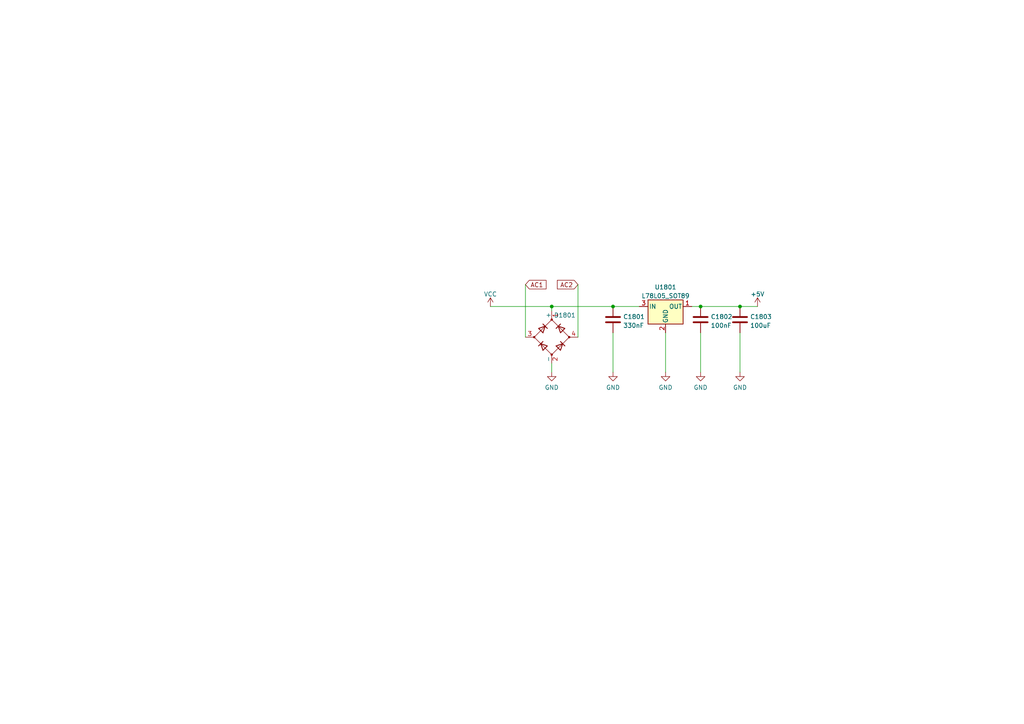
<source format=kicad_sch>
(kicad_sch (version 20211123) (generator eeschema)
  (paper "A4")
  (lib_symbols
    (symbol "Device:C" (pin_numbers hide) (pin_names (offset 0.254))
      (property "Reference" "C" (at 0.635 2.54 0))
      (property "Value" "C" (at 0.635 -2.54 0))
      (symbol "C_0_1"
        (polyline (pts (xy -2.032 -0.762) (xy 2.032 -0.762)) (stroke (width 0.508)))
        (polyline (pts (xy -2.032 0.762) (xy 2.032 0.762)) (stroke (width 0.508)))
      )
      (symbol "C_1_1"
        (pin passive line (at 0 3.81 270) (length 2.794) (name "~") (number "1"))
        (pin passive line (at 0 -3.81 90) (length 2.794) (name "~") (number "2"))
      )
    )
    (symbol "Device:D_Bridge_+-AA" (pin_names (offset 0))
      (property "Reference" "D" (at 2.54 6.985 0))
      (property "Value" "D_Bridge_+-AA" (at 2.54 5.08 0))
      (symbol "D_Bridge_+-AA_0_1"
        (circle (center -5.08 0) (radius 0.254) (fill (type outline)))
        (circle (center 0 -5.08) (radius 0.254) (fill (type outline)))
        (polyline (pts (xy -2.54 3.81) (xy -1.27 2.54)) (stroke (width 0.254)))
        (polyline (pts (xy -1.27 -2.54) (xy -2.54 -3.81)) (stroke (width 0.254)))
        (polyline (pts (xy 2.54 -1.27) (xy 3.81 -2.54)) (stroke (width 0.254)))
        (polyline (pts (xy 2.54 1.27) (xy 3.81 2.54)) (stroke (width 0.254)))
        (polyline (pts (xy -3.81 2.54) (xy -2.54 1.27) (xy -1.905 3.175) (xy -3.81 2.54)) (stroke (width 0.254)))
        (polyline (pts (xy -2.54 -1.27) (xy -3.81 -2.54) (xy -1.905 -3.175) (xy -2.54 -1.27)) (stroke (width 0.254)))
        (polyline (pts (xy 1.27 2.54) (xy 2.54 3.81) (xy 3.175 1.905) (xy 1.27 2.54)) (stroke (width 0.254)))
        (polyline (pts (xy 3.175 -1.905) (xy 1.27 -2.54) (xy 2.54 -3.81) (xy 3.175 -1.905)) (stroke (width 0.254)))
        (polyline (pts (xy -5.08 0) (xy 0 -5.08) (xy 5.08 0) (xy 0 5.08) (xy -5.08 0)))
        (circle (center 0 5.08) (radius 0.254) (fill (type outline)))
        (circle (center 5.08 0) (radius 0.254) (fill (type outline)))
      )
      (symbol "D_Bridge_+-AA_1_1"
        (pin passive line (at 7.62 0 180) (length 2.54) (name "+") (number "1"))
        (pin passive line (at -7.62 0 0) (length 2.54) (name "-") (number "2"))
        (pin passive line (at 0 7.62 270) (length 2.54) (name "~") (number "3"))
        (pin passive line (at 0 -7.62 90) (length 2.54) (name "~") (number "4"))
      )
    )
    (symbol "Regulator_Linear:L78L05_SOT89" (pin_names (offset 0.254))
      (property "Reference" "U" (at -3.81 3.175 0))
      (property "Value" "L78L05_SOT89" (at -0.635 3.175 0))
      (symbol "L78L05_SOT89_0_1"
        (rectangle (start -5.08 1.905) (end 5.08 -5.08) (stroke (width 0.254)) (fill (type background)))
      )
      (symbol "L78L05_SOT89_1_1"
        (pin power_out line (at 7.62 0 180) (length 2.54) (name "OUT") (number "1"))
        (pin power_in line (at 0 -7.62 90) (length 2.54) (name "GND") (number "2"))
        (pin power_in line (at -7.62 0 0) (length 2.54) (name "IN") (number "3"))
      )
    )
    (symbol "power:+5V" (power) (pin_names (offset 0))
      (property "Value" "+5V" (at 0 3.556 0))
      (symbol "+5V_0_1"
        (polyline (pts (xy -0.762 1.27) (xy 0 2.54)))
        (polyline (pts (xy 0 0) (xy 0 2.54)))
        (polyline (pts (xy 0 2.54) (xy 0.762 1.27)))
      )
      (symbol "+5V_1_1"
        (pin power_in line (at 0 0 90) (length 0) hide (name "+5V") (number "1"))
      )
    )
    (symbol "power:GND" (power) (pin_names (offset 0))
      (property "Value" "GND" (at 0 -3.81 0))
      (symbol "GND_0_1"
        (polyline (pts (xy 0 0) (xy 0 -1.27) (xy 1.27 -1.27) (xy 0 -2.54) (xy -1.27 -1.27) (xy 0 -1.27)))
      )
      (symbol "GND_1_1"
        (pin power_in line (at 0 0 270) (length 0) hide (name "GND") (number "1"))
      )
    )
    (symbol "power:VCC" (power) (pin_names (offset 0))
      (property "Value" "VCC" (at 0 3.81 0))
      (symbol "VCC_0_1"
        (polyline (pts (xy -0.762 1.27) (xy 0 2.54)))
        (polyline (pts (xy 0 0) (xy 0 2.54)))
        (polyline (pts (xy 0 2.54) (xy 0.762 1.27)))
      )
      (symbol "VCC_1_1"
        (pin power_in line (at 0 0 90) (length 0) hide (name "VCC") (number "1"))
      )
    )
  )
  (junction (at 203.2 88.9))
  (junction (at 214.63 88.9))
  (junction (at 177.8 88.9))
  (junction (at 160.02 88.9))
  (wire (pts (xy 177.8 88.9) (xy 185.42 88.9)))
  (wire (pts (xy 160.02 88.9) (xy 177.8 88.9)))
  (wire (pts (xy 203.2 96.52) (xy 203.2 107.95)))
  (wire (pts (xy 142.24 88.9) (xy 160.02 88.9)))
  (wire (pts (xy 214.63 96.52) (xy 214.63 107.95)))
  (wire (pts (xy 214.63 88.9) (xy 219.71 88.9)))
  (wire (pts (xy 167.64 82.55) (xy 167.64 97.79)))
  (wire (pts (xy 177.8 96.52) (xy 177.8 107.95)))
  (wire (pts (xy 160.02 105.41) (xy 160.02 107.95)))
  (wire (pts (xy 193.04 96.52) (xy 193.04 107.95)))
  (wire (pts (xy 152.4 82.55) (xy 152.4 97.79)))
  (wire (pts (xy 200.66 88.9) (xy 203.2 88.9)))
  (wire (pts (xy 160.02 90.17) (xy 160.02 88.9)))
  (wire (pts (xy 203.2 88.9) (xy 214.63 88.9)))
  (global_label "AC1" (shape input) (at 152.4 82.55 0) (property "Intersheet References" "${INTERSHEET_REFS}" (effects hide)))
  (global_label "AC2" (shape input) (at 167.64 82.55 180) (property "Intersheet References" "${INTERSHEET_REFS}" (effects hide)))
  (symbol (lib_id "power:GND") (at 214.63 107.95 0) (unit 1)
    (property "Reference" "#PWR01807" (effects hide))
    (property "Value" "GND" (at 214.63 112.3934 0))
  )
  (symbol (lib_id "Device:C") (at 203.2 92.71 0) (unit 1)
    (property "Reference" "C1802" (at 206.121 91.8753 0) (effects (justify left)))
    (property "Value" "100nF" (at 206.121 94.4122 0) (effects (justify left)))
    (property "Footprint" "Capacitor_SMD:C_0603_1608Metric_Pad1.08x0.95mm_HandSolder" (effects hide))
    (property "JLCPCB Part#" "C14663" (effects hide))
  )
  (symbol (lib_id "Regulator_Linear:L78L05_SOT89") (at 193.04 88.9 0) (unit 1)
    (property "Reference" "U1801" (at 193.04 83.2952 0))
    (property "Value" "L78L05_SOT89" (at 193.04 85.8321 0))
    (property "Footprint" "Package_TO_SOT_SMD:SOT-89-3" (effects hide))
    (property "Datasheet" "http://www.st.com/content/ccc/resource/technical/document/datasheet/15/55/e5/aa/23/5b/43/fd/CD00000446.pdf/files/CD00000446.pdf/jcr:content/translations/en.CD00000446.pdf" (effects hide))
    (property "JLCPCB Part#" "C71136" (effects hide))
  )
  (symbol (lib_id "power:VCC") (at 142.24 88.9 0) (unit 1)
    (property "Reference" "#PWR01801" (effects hide))
    (property "Value" "VCC" (at 142.24 85.3242 0))
  )
  (symbol (lib_id "power:+5V") (at 219.71 88.9 0) (unit 1)
    (property "Reference" "#PWR01802" (effects hide))
    (property "Value" "+5V" (at 219.71 85.3242 0))
  )
  (symbol (lib_id "power:GND") (at 203.2 107.95 0) (unit 1)
    (property "Reference" "#PWR01806" (effects hide))
    (property "Value" "GND" (at 203.2 112.3934 0))
  )
  (symbol (lib_id "Device:D_Bridge_+-AA") (at 160.02 97.79 90) (unit 1)
    (property "Reference" "D1801" (at 163.83 91.44 90))
    (property "Value" "D_Bridge_+-AA" (effects hide))
    (property "Footprint" "Diode_SMD:Diode_Bridge_Diotec_ABS" (effects hide))
    (property "JLCPCB Part#" "C2488" (effects hide))
  )
  (symbol (lib_id "power:GND") (at 160.02 107.95 0) (unit 1)
    (property "Reference" "#PWR01803" (effects hide))
    (property "Value" "GND" (at 160.02 112.3934 0))
  )
  (symbol (lib_id "power:GND") (at 177.8 107.95 0) (unit 1)
    (property "Reference" "#PWR01804" (effects hide))
    (property "Value" "GND" (at 177.8 112.3934 0))
  )
  (symbol (lib_id "Device:C") (at 177.8 92.71 0) (unit 1)
    (property "Reference" "C1801" (at 180.721 91.8753 0) (effects (justify left)))
    (property "Value" "330nF" (at 180.721 94.4122 0) (effects (justify left)))
    (property "Footprint" "Capacitor_SMD:C_0603_1608Metric_Pad1.08x0.95mm_HandSolder" (effects hide))
    (property "JLCPCB Part#" "C1615" (effects hide))
  )
  (symbol (lib_id "Device:C") (at 214.63 92.71 0) (unit 1)
    (property "Reference" "C1803" (at 217.551 91.8753 0) (effects (justify left)))
    (property "Value" "100uF" (at 217.551 94.4122 0) (effects (justify left)))
    (property "Footprint" "Capacitor_SMD:C_1206_3216Metric_Pad1.33x1.80mm_HandSolder" (effects hide))
    (property "JLCPCB Part#" "C15008" (effects hide))
  )
  (symbol (lib_id "power:GND") (at 193.04 107.95 0) (unit 1)
    (property "Reference" "#PWR01805" (effects hide))
    (property "Value" "GND" (at 193.04 112.3934 0))
  )
)
</source>
